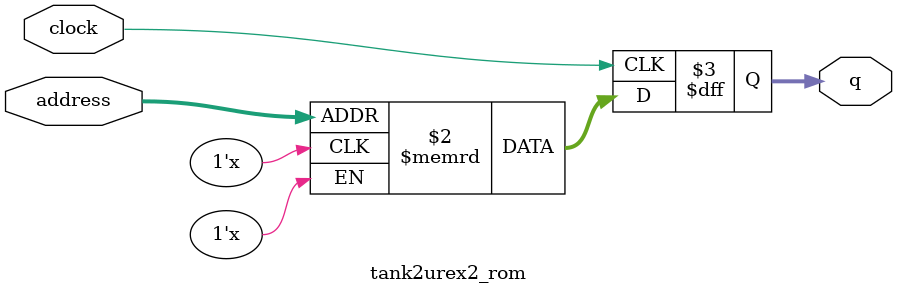
<source format=sv>
module tank2urex2_rom (
	input logic clock,
	input logic [9:0] address,
	output logic [3:0] q
);

logic [3:0] memory [0:1023] /* synthesis ram_init_file = "./tank2urex2/tank2urex2.mif" */;

always_ff @ (posedge clock) begin
	q <= memory[address];
end

endmodule

</source>
